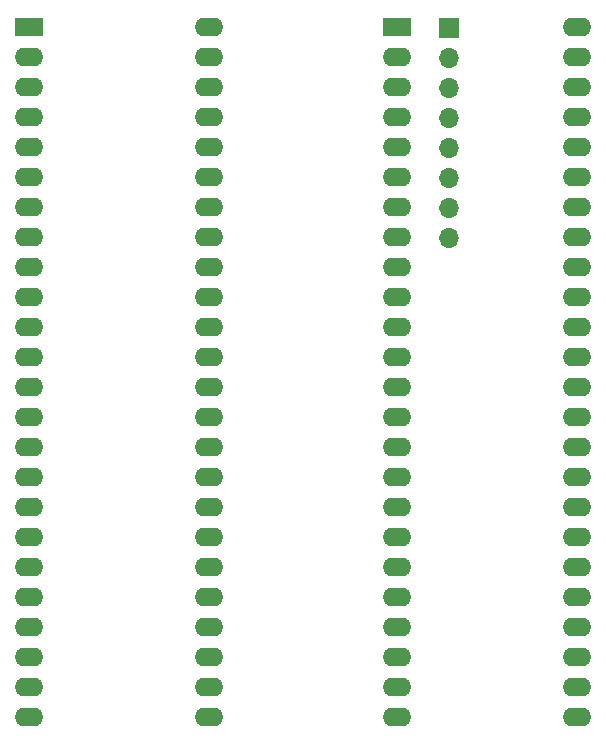
<source format=gbr>
%TF.GenerationSoftware,KiCad,Pcbnew,8.0.3*%
%TF.CreationDate,2024-11-10T11:38:16-08:00*%
%TF.ProjectId,Intel 105 BGA NOR+NAND,496e7465-6c20-4313-9035-20424741204e,rev?*%
%TF.SameCoordinates,Original*%
%TF.FileFunction,Soldermask,Bot*%
%TF.FilePolarity,Negative*%
%FSLAX46Y46*%
G04 Gerber Fmt 4.6, Leading zero omitted, Abs format (unit mm)*
G04 Created by KiCad (PCBNEW 8.0.3) date 2024-11-10 11:38:16*
%MOMM*%
%LPD*%
G01*
G04 APERTURE LIST*
%ADD10R,2.400000X1.600000*%
%ADD11O,2.400000X1.600000*%
%ADD12R,1.700000X1.700000*%
%ADD13O,1.700000X1.700000*%
G04 APERTURE END LIST*
D10*
%TO.C,J3*%
X140131800Y-63398400D03*
D11*
X140131800Y-65938400D03*
X140131800Y-68478400D03*
X140131800Y-71018400D03*
X140131800Y-73558400D03*
X140131800Y-76098400D03*
X140131800Y-78638400D03*
X140131800Y-81178400D03*
X140131800Y-83718400D03*
X140131800Y-86258400D03*
X140131800Y-88798400D03*
X140131800Y-91338400D03*
X140131800Y-93878400D03*
X140131800Y-96418400D03*
X140131800Y-98958400D03*
X140131800Y-101498400D03*
X140131800Y-104038400D03*
X140131800Y-106578400D03*
X140131800Y-109118400D03*
X140131800Y-111658400D03*
X140131800Y-114198400D03*
X140131800Y-116738400D03*
X140131800Y-119278400D03*
X140131800Y-121818400D03*
X155371800Y-121818400D03*
X155371800Y-119278400D03*
X155371800Y-116738400D03*
X155371800Y-114198400D03*
X155371800Y-111658400D03*
X155371800Y-109118400D03*
X155371800Y-106578400D03*
X155371800Y-104038400D03*
X155371800Y-101498400D03*
X155371800Y-98958400D03*
X155371800Y-96418400D03*
X155371800Y-93878400D03*
X155371800Y-91338400D03*
X155371800Y-88798400D03*
X155371800Y-86258400D03*
X155371800Y-83718400D03*
X155371800Y-81178400D03*
X155371800Y-78638400D03*
X155371800Y-76098400D03*
X155371800Y-73558400D03*
X155371800Y-71018400D03*
X155371800Y-68478400D03*
X155371800Y-65938400D03*
X155371800Y-63398400D03*
%TD*%
D10*
%TO.C,J1*%
X171348400Y-63423800D03*
D11*
X171348400Y-65963800D03*
X171348400Y-68503800D03*
X171348400Y-71043800D03*
X171348400Y-73583800D03*
X171348400Y-76123800D03*
X171348400Y-78663800D03*
X171348400Y-81203800D03*
X171348400Y-83743800D03*
X171348400Y-86283800D03*
X171348400Y-88823800D03*
X171348400Y-91363800D03*
X171348400Y-93903800D03*
X171348400Y-96443800D03*
X171348400Y-98983800D03*
X171348400Y-101523800D03*
X171348400Y-104063800D03*
X171348400Y-106603800D03*
X171348400Y-109143800D03*
X171348400Y-111683800D03*
X171348400Y-114223800D03*
X171348400Y-116763800D03*
X171348400Y-119303800D03*
X171348400Y-121843800D03*
X186588400Y-121843800D03*
X186588400Y-119303800D03*
X186588400Y-116763800D03*
X186588400Y-114223800D03*
X186588400Y-111683800D03*
X186588400Y-109143800D03*
X186588400Y-106603800D03*
X186588400Y-104063800D03*
X186588400Y-101523800D03*
X186588400Y-98983800D03*
X186588400Y-96443800D03*
X186588400Y-93903800D03*
X186588400Y-91363800D03*
X186588400Y-88823800D03*
X186588400Y-86283800D03*
X186588400Y-83743800D03*
X186588400Y-81203800D03*
X186588400Y-78663800D03*
X186588400Y-76123800D03*
X186588400Y-73583800D03*
X186588400Y-71043800D03*
X186588400Y-68503800D03*
X186588400Y-65963800D03*
X186588400Y-63423800D03*
%TD*%
D12*
%TO.C,J2*%
X175691800Y-63525400D03*
D13*
X175691800Y-66065400D03*
X175691800Y-68605400D03*
X175691800Y-71145400D03*
X175691800Y-73685400D03*
X175691800Y-76225400D03*
X175691800Y-78765400D03*
X175691800Y-81305400D03*
%TD*%
M02*

</source>
